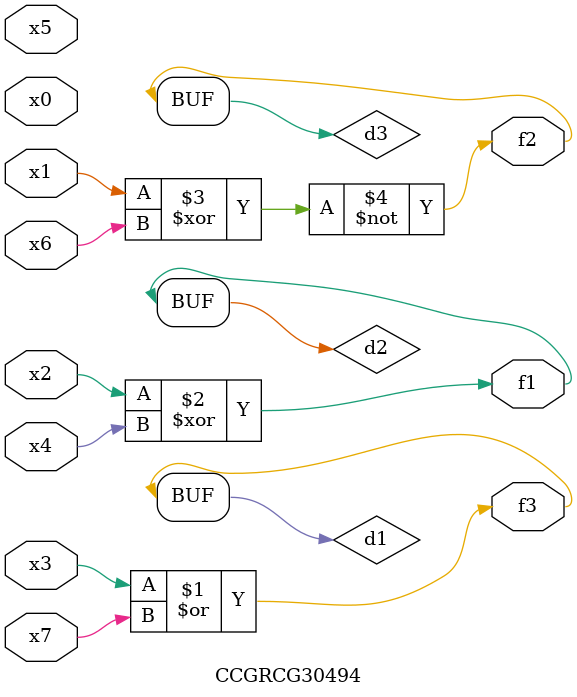
<source format=v>
module CCGRCG30494(
	input x0, x1, x2, x3, x4, x5, x6, x7,
	output f1, f2, f3
);

	wire d1, d2, d3;

	or (d1, x3, x7);
	xor (d2, x2, x4);
	xnor (d3, x1, x6);
	assign f1 = d2;
	assign f2 = d3;
	assign f3 = d1;
endmodule

</source>
